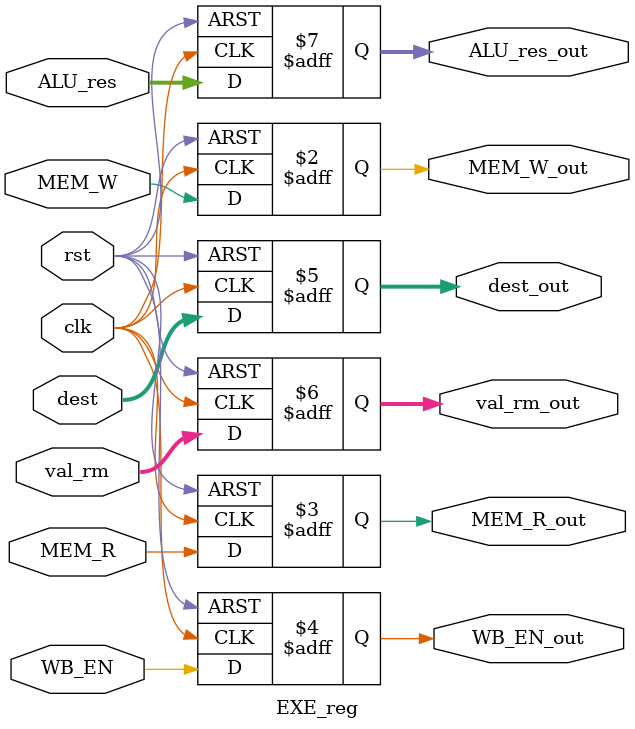
<source format=v>
module EXE_reg(clk,rst,dest,val_rm,ALU_res,MEM_W,MEM_R,WB_EN,
dest_out,val_rm_out,ALU_res_out,MEM_W_out,MEM_R_out,WB_EN_out);

input clk,rst,MEM_W,MEM_R,WB_EN;
input [3:0]dest;
input [31:0]val_rm,ALU_res;

output reg MEM_W_out,MEM_R_out,WB_EN_out;
output reg [3:0]dest_out;
output reg [31:0]val_rm_out,ALU_res_out;

always@(posedge clk,posedge rst)begin
    if(rst)
        {dest_out,val_rm_out,ALU_res_out,MEM_W_out,MEM_R_out,WB_EN_out}<=0;
    else begin 
        dest_out<=dest;
        val_rm_out<=val_rm;
        ALU_res_out<=ALU_res;
        MEM_W_out<=MEM_W;
        MEM_R_out<=MEM_R;
        WB_EN_out<=WB_EN;
    end
end

endmodule
</source>
